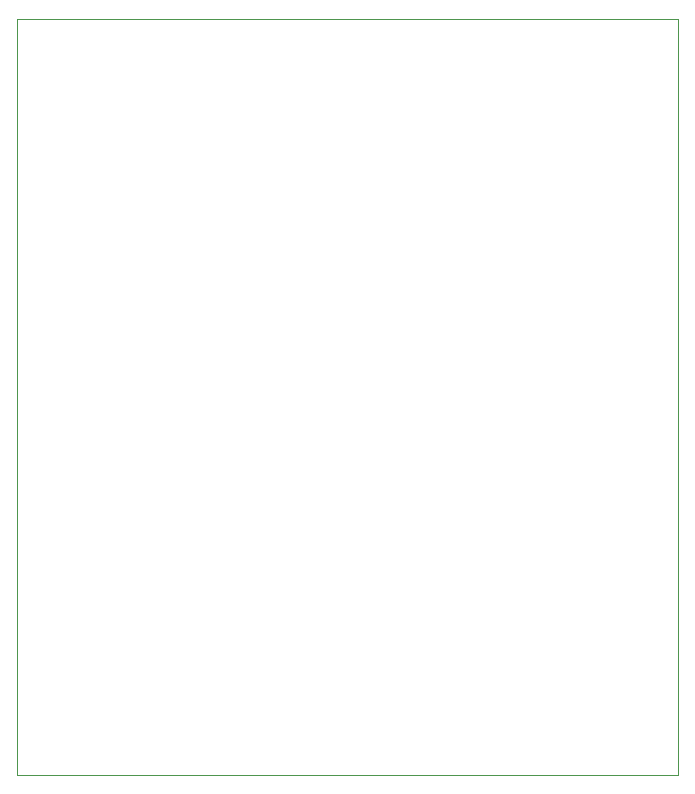
<source format=gbr>
%TF.GenerationSoftware,KiCad,Pcbnew,5.1.6-1.fc32*%
%TF.CreationDate,2020-08-31T12:32:43+02:00*%
%TF.ProjectId,pi-lora-board,70692d6c-6f72-4612-9d62-6f6172642e6b,rev?*%
%TF.SameCoordinates,Original*%
%TF.FileFunction,Profile,NP*%
%FSLAX46Y46*%
G04 Gerber Fmt 4.6, Leading zero omitted, Abs format (unit mm)*
G04 Created by KiCad (PCBNEW 5.1.6-1.fc32) date 2020-08-31 12:32:43*
%MOMM*%
%LPD*%
G01*
G04 APERTURE LIST*
%TA.AperFunction,Profile*%
%ADD10C,0.050000*%
%TD*%
G04 APERTURE END LIST*
D10*
X112000000Y-128000000D02*
X56000000Y-128000000D01*
X112000000Y-64000000D02*
X112000000Y-128000000D01*
X56000000Y-64000000D02*
X112000000Y-64000000D01*
X56000000Y-128000000D02*
X56000000Y-64000000D01*
M02*

</source>
